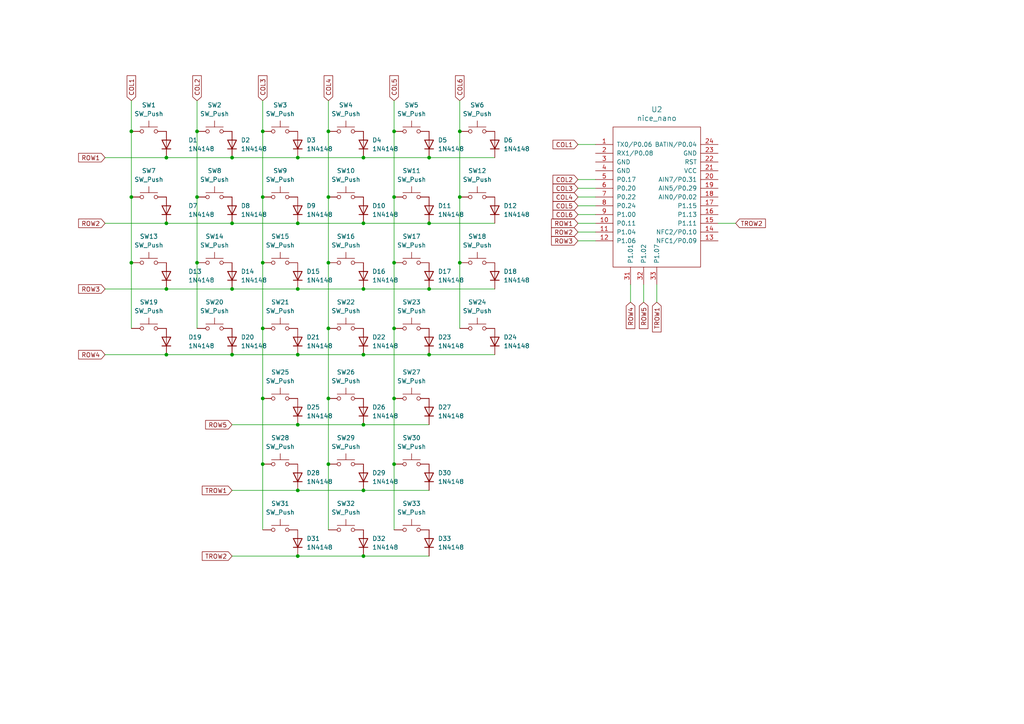
<source format=kicad_sch>
(kicad_sch (version 20250114) (generator "eeschema") (generator_version "9.0")
  (paper "A4")
  (lib_symbols
    (symbol "Diode:1N4148" (pin_numbers (hide yes)) (pin_names (hide yes))
      (property "Reference" "D" (at 0 2.54 0))
      (property "Value" "1N4148" (at 0 -2.54 0))
      (symbol "1N4148_0_1"
        (polyline (pts (xy -1.27 1.27) (xy -1.27 -1.27)) (stroke (width 0.254)))
        (polyline (pts (xy 1.27 1.27) (xy 1.27 -1.27) (xy -1.27 0) (xy 1.27 1.27)) (stroke (width 0.254)))
        (polyline (pts (xy 1.27 0) (xy -1.27 0)))
      )
      (symbol "1N4148_1_1"
        (pin passive line (at -3.81 0 0) (length 2.54) (name "K") (number "1"))
        (pin passive line (at 3.81 0 180) (length 2.54) (name "A") (number "2"))
      )
    )
    (symbol "Switch:SW_Push" (pin_numbers (hide yes)) (pin_names (offset 1.016) (hide yes))
      (property "Reference" "SW" (at 1.27 2.54 0))
      (property "Value" "SW_Push" (at 0 -1.524 0))
      (symbol "SW_Push_0_1"
        (circle (center -2.032 0) (radius 0.508))
        (polyline (pts (xy 0 1.27) (xy 0 3.048)))
        (circle (center 2.032 0) (radius 0.508))
        (polyline (pts (xy 2.54 1.27) (xy -2.54 1.27)))
        (pin passive line (at -5.08 0 0) (length 2.54) (name "1") (number "1"))
        (pin passive line (at 5.08 0 180) (length 2.54) (name "2") (number "2"))
      )
    )
    (symbol "nice_nano:nice_nano" (pin_names (offset 1.016))
      (property "Reference" "U" (at 0 0 0))
      (property "Value" "nice_nano" (at 0 2.54 0))
      (symbol "nice_nano_0_1"
        (rectangle (start -12.7 -21.59) (end 12.7 19.05))
      )
      (symbol "nice_nano_1_1"
        (pin input line (at -17.78 13.97 0) (length 5.08) (name "TX0/P0.06") (number "1"))
        (pin input line (at -17.78 11.43 0) (length 5.08) (name "RX1/P0.08") (number "2"))
        (pin input line (at -17.78 8.89 0) (length 5.08) (name "GND") (number "3"))
        (pin input line (at -17.78 6.35 0) (length 5.08) (name "GND") (number "4"))
        (pin input line (at -17.78 3.81 0) (length 5.08) (name "P0.17") (number "5"))
        (pin input line (at -17.78 1.27 0) (length 5.08) (name "P0.20") (number "6"))
        (pin input line (at -17.78 -1.27 0) (length 5.08) (name "P0.22") (number "7"))
        (pin input line (at -17.78 -3.81 0) (length 5.08) (name "P0.24") (number "8"))
        (pin input line (at -17.78 -6.35 0) (length 5.08) (name "P1.00") (number "9"))
        (pin input line (at -17.78 -8.89 0) (length 5.08) (name "P0.11") (number "10"))
        (pin input line (at -17.78 -11.43 0) (length 5.08) (name "P1.04") (number "11"))
        (pin input line (at -17.78 -13.97 0) (length 5.08) (name "P1.06") (number "12"))
        (pin input line (at -7.62 -26.67 90) (length 5.08) (name "P1.01") (number "31"))
        (pin input line (at -3.81 -26.67 90) (length 5.08) (name "P1.02") (number "32"))
        (pin input line (at 0 -26.67 90) (length 5.08) (name "P1.07") (number "33"))
        (pin input line (at 17.78 13.97 180) (length 5.08) (name "BATIN/P0.04") (number "24"))
        (pin input line (at 17.78 11.43 180) (length 5.08) (name "GND") (number "23"))
        (pin input line (at 17.78 8.89 180) (length 5.08) (name "RST") (number "22"))
        (pin input line (at 17.78 6.35 180) (length 5.08) (name "VCC") (number "21"))
        (pin input line (at 17.78 3.81 180) (length 5.08) (name "AIN7/P0.31") (number "20"))
        (pin input line (at 17.78 1.27 180) (length 5.08) (name "AIN5/P0.29") (number "19"))
        (pin input line (at 17.78 -1.27 180) (length 5.08) (name "AIN0/P0.02") (number "18"))
        (pin input line (at 17.78 -3.81 180) (length 5.08) (name "P1.15") (number "17"))
        (pin input line (at 17.78 -6.35 180) (length 5.08) (name "P1.13") (number "16"))
        (pin input line (at 17.78 -8.89 180) (length 5.08) (name "P1.11") (number "15"))
        (pin input line (at 17.78 -11.43 180) (length 5.08) (name "NFC2/P0.10") (number "14"))
        (pin input line (at 17.78 -13.97 180) (length 5.08) (name "NFC1/P0.09") (number "13"))
      )
    )
  )
  (junction (at 76.2 115.57))
  (junction (at 86.36 123.19))
  (junction (at 57.15 76.2))
  (junction (at 76.2 134.62))
  (junction (at 133.35 57.15))
  (junction (at 38.1 57.15))
  (junction (at 95.25 115.57))
  (junction (at 76.2 95.25))
  (junction (at 86.36 102.87))
  (junction (at 105.41 45.72))
  (junction (at 95.25 38.1))
  (junction (at 124.46 64.77))
  (junction (at 57.15 57.15))
  (junction (at 95.25 95.25))
  (junction (at 48.26 64.77))
  (junction (at 86.36 83.82))
  (junction (at 105.41 142.24))
  (junction (at 133.35 38.1))
  (junction (at 105.41 102.87))
  (junction (at 105.41 64.77))
  (junction (at 67.31 83.82))
  (junction (at 105.41 123.19))
  (junction (at 114.3 57.15))
  (junction (at 76.2 76.2))
  (junction (at 67.31 102.87))
  (junction (at 76.2 38.1))
  (junction (at 86.36 161.29))
  (junction (at 133.35 76.2))
  (junction (at 48.26 45.72))
  (junction (at 114.3 95.25))
  (junction (at 124.46 102.87))
  (junction (at 86.36 142.24))
  (junction (at 95.25 76.2))
  (junction (at 124.46 45.72))
  (junction (at 48.26 83.82))
  (junction (at 38.1 38.1))
  (junction (at 114.3 134.62))
  (junction (at 114.3 115.57))
  (junction (at 95.25 57.15))
  (junction (at 48.26 102.87))
  (junction (at 67.31 45.72))
  (junction (at 114.3 76.2))
  (junction (at 38.1 76.2))
  (junction (at 86.36 64.77))
  (junction (at 124.46 83.82))
  (junction (at 57.15 38.1))
  (junction (at 76.2 57.15))
  (junction (at 105.41 83.82))
  (junction (at 95.25 134.62))
  (junction (at 67.31 64.77))
  (junction (at 86.36 45.72))
  (junction (at 114.3 38.1))
  (junction (at 105.41 161.29))
  (wire (pts (xy 114.3 29.21) (xy 114.3 38.1)))
  (wire (pts (xy 86.36 83.82) (xy 105.41 83.82)))
  (wire (pts (xy 86.36 123.19) (xy 105.41 123.19)))
  (wire (pts (xy 95.25 57.15) (xy 95.25 76.2)))
  (wire (pts (xy 30.48 83.82) (xy 48.26 83.82)))
  (wire (pts (xy 95.25 95.25) (xy 95.25 115.57)))
  (wire (pts (xy 133.35 38.1) (xy 133.35 57.15)))
  (wire (pts (xy 86.36 45.72) (xy 105.41 45.72)))
  (wire (pts (xy 105.41 123.19) (xy 124.46 123.19)))
  (wire (pts (xy 67.31 45.72) (xy 86.36 45.72)))
  (wire (pts (xy 67.31 142.24) (xy 86.36 142.24)))
  (wire (pts (xy 76.2 95.25) (xy 76.2 115.57)))
  (wire (pts (xy 67.31 123.19) (xy 86.36 123.19)))
  (wire (pts (xy 86.36 142.24) (xy 105.41 142.24)))
  (wire (pts (xy 57.15 76.2) (xy 57.15 95.25)))
  (wire (pts (xy 186.69 82.55) (xy 186.69 87.63)))
  (wire (pts (xy 114.3 115.57) (xy 114.3 134.62)))
  (wire (pts (xy 67.31 83.82) (xy 86.36 83.82)))
  (wire (pts (xy 124.46 64.77) (xy 143.51 64.77)))
  (wire (pts (xy 105.41 83.82) (xy 124.46 83.82)))
  (wire (pts (xy 95.25 115.57) (xy 95.25 134.62)))
  (wire (pts (xy 38.1 29.21) (xy 38.1 38.1)))
  (wire (pts (xy 114.3 134.62) (xy 114.3 153.67)))
  (wire (pts (xy 76.2 115.57) (xy 76.2 134.62)))
  (wire (pts (xy 95.25 134.62) (xy 95.25 153.67)))
  (wire (pts (xy 95.25 38.1) (xy 95.25 57.15)))
  (wire (pts (xy 38.1 38.1) (xy 38.1 57.15)))
  (wire (pts (xy 38.1 57.15) (xy 38.1 76.2)))
  (wire (pts (xy 167.64 67.31) (xy 172.72 67.31)))
  (wire (pts (xy 67.31 64.77) (xy 86.36 64.77)))
  (wire (pts (xy 167.64 59.69) (xy 172.72 59.69)))
  (wire (pts (xy 76.2 29.21) (xy 76.2 38.1)))
  (wire (pts (xy 86.36 64.77) (xy 105.41 64.77)))
  (wire (pts (xy 105.41 142.24) (xy 124.46 142.24)))
  (wire (pts (xy 124.46 102.87) (xy 143.51 102.87)))
  (wire (pts (xy 48.26 45.72) (xy 67.31 45.72)))
  (wire (pts (xy 67.31 161.29) (xy 86.36 161.29)))
  (wire (pts (xy 76.2 76.2) (xy 76.2 95.25)))
  (wire (pts (xy 114.3 38.1) (xy 114.3 57.15)))
  (wire (pts (xy 48.26 102.87) (xy 67.31 102.87)))
  (wire (pts (xy 57.15 29.21) (xy 57.15 38.1)))
  (wire (pts (xy 124.46 83.82) (xy 143.51 83.82)))
  (wire (pts (xy 124.46 45.72) (xy 143.51 45.72)))
  (wire (pts (xy 86.36 161.29) (xy 105.41 161.29)))
  (wire (pts (xy 114.3 76.2) (xy 114.3 95.25)))
  (wire (pts (xy 86.36 102.87) (xy 105.41 102.87)))
  (wire (pts (xy 95.25 29.21) (xy 95.25 38.1)))
  (wire (pts (xy 182.88 87.63) (xy 182.88 82.55)))
  (wire (pts (xy 105.41 45.72) (xy 124.46 45.72)))
  (wire (pts (xy 76.2 38.1) (xy 76.2 57.15)))
  (wire (pts (xy 95.25 76.2) (xy 95.25 95.25)))
  (wire (pts (xy 48.26 83.82) (xy 67.31 83.82)))
  (wire (pts (xy 167.64 64.77) (xy 172.72 64.77)))
  (wire (pts (xy 167.64 69.85) (xy 172.72 69.85)))
  (wire (pts (xy 67.31 102.87) (xy 86.36 102.87)))
  (wire (pts (xy 114.3 95.25) (xy 114.3 115.57)))
  (wire (pts (xy 105.41 161.29) (xy 124.46 161.29)))
  (wire (pts (xy 30.48 45.72) (xy 48.26 45.72)))
  (wire (pts (xy 48.26 64.77) (xy 67.31 64.77)))
  (wire (pts (xy 133.35 76.2) (xy 133.35 95.25)))
  (wire (pts (xy 30.48 102.87) (xy 48.26 102.87)))
  (wire (pts (xy 114.3 57.15) (xy 114.3 76.2)))
  (wire (pts (xy 167.64 62.23) (xy 172.72 62.23)))
  (wire (pts (xy 167.64 57.15) (xy 172.72 57.15)))
  (wire (pts (xy 208.28 64.77) (xy 213.36 64.77)))
  (wire (pts (xy 133.35 57.15) (xy 133.35 76.2)))
  (wire (pts (xy 76.2 57.15) (xy 76.2 76.2)))
  (wire (pts (xy 57.15 57.15) (xy 57.15 76.2)))
  (wire (pts (xy 167.64 41.91) (xy 172.72 41.91)))
  (wire (pts (xy 133.35 29.21) (xy 133.35 38.1)))
  (wire (pts (xy 57.15 38.1) (xy 57.15 57.15)))
  (wire (pts (xy 190.5 82.55) (xy 190.5 87.63)))
  (wire (pts (xy 105.41 102.87) (xy 124.46 102.87)))
  (wire (pts (xy 38.1 76.2) (xy 38.1 95.25)))
  (wire (pts (xy 167.64 54.61) (xy 172.72 54.61)))
  (wire (pts (xy 76.2 134.62) (xy 76.2 153.67)))
  (wire (pts (xy 167.64 52.07) (xy 172.72 52.07)))
  (wire (pts (xy 105.41 64.77) (xy 124.46 64.77)))
  (wire (pts (xy 30.48 64.77) (xy 48.26 64.77)))
  (global_label "ROW5" (shape input) (at 186.69 87.63 270) (property "Intersheetrefs" "${INTERSHEET_REFS}" (effects (hide yes))))
  (global_label "ROW4" (shape input) (at 30.48 102.87 180) (property "Intersheetrefs" "${INTERSHEET_REFS}" (effects (hide yes))))
  (global_label "ROW3" (shape input) (at 167.64 69.85 180) (property "Intersheetrefs" "${INTERSHEET_REFS}" (effects (hide yes))))
  (global_label "ROW1" (shape input) (at 167.64 64.77 180) (property "Intersheetrefs" "${INTERSHEET_REFS}" (effects (hide yes))))
  (global_label "COL6" (shape input) (at 167.64 62.23 180) (property "Intersheetrefs" "${INTERSHEET_REFS}" (effects (hide yes))))
  (global_label "COL4" (shape input) (at 167.64 57.15 180) (property "Intersheetrefs" "${INTERSHEET_REFS}" (effects (hide yes))))
  (global_label "COL1" (shape input) (at 38.1 29.21 90) (property "Intersheetrefs" "${INTERSHEET_REFS}" (effects (hide yes))))
  (global_label "COL2" (shape input) (at 57.15 29.21 90) (property "Intersheetrefs" "${INTERSHEET_REFS}" (effects (hide yes))))
  (global_label "TROW2" (shape input) (at 67.31 161.29 180) (property "Intersheetrefs" "${INTERSHEET_REFS}" (effects (hide yes))))
  (global_label "COL3" (shape input) (at 167.64 54.61 180) (property "Intersheetrefs" "${INTERSHEET_REFS}" (effects (hide yes))))
  (global_label "TROW1" (shape input) (at 190.5 87.63 270) (property "Intersheetrefs" "${INTERSHEET_REFS}" (effects (hide yes))))
  (global_label "ROW2" (shape input) (at 30.48 64.77 180) (property "Intersheetrefs" "${INTERSHEET_REFS}" (effects (hide yes))))
  (global_label "TROW1" (shape input) (at 67.31 142.24 180) (property "Intersheetrefs" "${INTERSHEET_REFS}" (effects (hide yes))))
  (global_label "COL2" (shape input) (at 167.64 52.07 180) (property "Intersheetrefs" "${INTERSHEET_REFS}" (effects (hide yes))))
  (global_label "COL3" (shape input) (at 76.2 29.21 90) (property "Intersheetrefs" "${INTERSHEET_REFS}" (effects (hide yes))))
  (global_label "ROW5" (shape input) (at 67.31 123.19 180) (property "Intersheetrefs" "${INTERSHEET_REFS}" (effects (hide yes))))
  (global_label "COL4" (shape input) (at 95.25 29.21 90) (property "Intersheetrefs" "${INTERSHEET_REFS}" (effects (hide yes))))
  (global_label "COL6" (shape input) (at 133.35 29.21 90) (property "Intersheetrefs" "${INTERSHEET_REFS}" (effects (hide yes))))
  (global_label "COL1" (shape input) (at 167.64 41.91 180) (property "Intersheetrefs" "${INTERSHEET_REFS}" (effects (hide yes))))
  (global_label "ROW2" (shape input) (at 167.64 67.31 180) (property "Intersheetrefs" "${INTERSHEET_REFS}" (effects (hide yes))))
  (global_label "ROW3" (shape input) (at 30.48 83.82 180) (property "Intersheetrefs" "${INTERSHEET_REFS}" (effects (hide yes))))
  (global_label "ROW1" (shape input) (at 30.48 45.72 180) (property "Intersheetrefs" "${INTERSHEET_REFS}" (effects (hide yes))))
  (global_label "COL5" (shape input) (at 114.3 29.21 90) (property "Intersheetrefs" "${INTERSHEET_REFS}" (effects (hide yes))))
  (global_label "COL5" (shape input) (at 167.64 59.69 180) (property "Intersheetrefs" "${INTERSHEET_REFS}" (effects (hide yes))))
  (global_label "ROW4" (shape input) (at 182.88 87.63 270) (property "Intersheetrefs" "${INTERSHEET_REFS}" (effects (hide yes))))
  (global_label "TROW2" (shape input) (at 213.36 64.77 0) (property "Intersheetrefs" "${INTERSHEET_REFS}" (effects (hide yes))))
  (symbol (lib_id "Switch:SW_Push") (at 43.18 95.25 0) (unit 1)
    (property "Reference" "SW19" (at 43.18 87.63 0))
    (property "Value" "SW_Push" (at 43.18 90.17 0))
    (property "Footprint" "Scotto Hotswap:Hotswap_Choc_V1V2_1.00u" (effects (hide yes)))
    (property "Description" "Push button switch, generic, two pins" (effects (hide yes)))
  )
  (symbol (lib_id "Switch:SW_Push") (at 43.18 38.1 0) (unit 1)
    (property "Reference" "SW1" (at 43.18 30.48 0))
    (property "Value" "SW_Push" (at 43.18 33.02 0))
    (property "Footprint" "Scotto Hotswap:Hotswap_Choc_V1V2_1.00u" (effects (hide yes)))
    (property "Description" "Push button switch, generic, two pins" (effects (hide yes)))
  )
  (symbol (lib_id "Switch:SW_Push") (at 119.38 95.25 0) (unit 1)
    (property "Reference" "SW23" (at 119.38 87.63 0))
    (property "Value" "SW_Push" (at 119.38 90.17 0))
    (property "Footprint" "Scotto Hotswap:Hotswap_Choc_V1V2_1.00u" (effects (hide yes)))
    (property "Description" "Push button switch, generic, two pins" (effects (hide yes)))
  )
  (symbol (lib_id "Switch:SW_Push") (at 138.43 38.1 0) (unit 1)
    (property "Reference" "SW6" (at 138.43 30.48 0))
    (property "Value" "SW_Push" (at 138.43 33.02 0))
    (property "Footprint" "Scotto Hotswap:Hotswap_Choc_V1V2_1.00u" (effects (hide yes)))
    (property "Description" "Push button switch, generic, two pins" (effects (hide yes)))
  )
  (symbol (lib_id "Diode:1N4148") (at 105.41 41.91 90) (unit 1)
    (property "Reference" "D4" (at 107.95 40.6399 90) (effects (justify right)))
    (property "Value" "1N4148" (at 107.95 43.1799 90) (effects (justify right)))
    (property "Footprint" "Diode_SMD:D_SOD-123" (effects (hide yes)))
    (property "Datasheet" "https://assets.nexperia.com/documents/data-sheet/1N4148_1N4448.pdf" (effects (hide yes)))
    (property "Description" "100V 0.15A standard switching diode, DO-35" (effects (hide yes)))
    (property "Sim.Device" "D" (effects (hide yes)))
    (property "Sim.Pins" "1=K 2=A" (effects (hide yes)))
  )
  (symbol (lib_id "Diode:1N4148") (at 143.51 99.06 90) (unit 1)
    (property "Reference" "D24" (at 146.05 97.7899 90) (effects (justify right)))
    (property "Value" "1N4148" (at 146.05 100.3299 90) (effects (justify right)))
    (property "Footprint" "Diode_SMD:D_SOD-123" (effects (hide yes)))
    (property "Datasheet" "https://assets.nexperia.com/documents/data-sheet/1N4148_1N4448.pdf" (effects (hide yes)))
    (property "Description" "100V 0.15A standard switching diode, DO-35" (effects (hide yes)))
    (property "Sim.Device" "D" (effects (hide yes)))
    (property "Sim.Pins" "1=K 2=A" (effects (hide yes)))
  )
  (symbol (lib_id "Switch:SW_Push") (at 119.38 134.62 0) (unit 1)
    (property "Reference" "SW30" (at 119.38 127 0))
    (property "Value" "SW_Push" (at 119.38 129.54 0))
    (property "Footprint" "Scotto Hotswap:Hotswap_Choc_V1V2_1.00u" (effects (hide yes)))
    (property "Description" "Push button switch, generic, two pins" (effects (hide yes)))
  )
  (symbol (lib_id "Switch:SW_Push") (at 43.18 57.15 0) (unit 1)
    (property "Reference" "SW7" (at 43.18 49.53 0))
    (property "Value" "SW_Push" (at 43.18 52.07 0))
    (property "Footprint" "Scotto Hotswap:Hotswap_Choc_V1V2_1.00u" (effects (hide yes)))
    (property "Description" "Push button switch, generic, two pins" (effects (hide yes)))
  )
  (symbol (lib_id "Diode:1N4148") (at 105.41 157.48 90) (unit 1)
    (property "Reference" "D32" (at 107.95 156.2099 90) (effects (justify right)))
    (property "Value" "1N4148" (at 107.95 158.7499 90) (effects (justify right)))
    (property "Footprint" "Diode_SMD:D_SOD-123" (effects (hide yes)))
    (property "Datasheet" "https://assets.nexperia.com/documents/data-sheet/1N4148_1N4448.pdf" (effects (hide yes)))
    (property "Description" "100V 0.15A standard switching diode, DO-35" (effects (hide yes)))
    (property "Sim.Device" "D" (effects (hide yes)))
    (property "Sim.Pins" "1=K 2=A" (effects (hide yes)))
  )
  (symbol (lib_id "Switch:SW_Push") (at 81.28 134.62 0) (unit 1)
    (property "Reference" "SW28" (at 81.28 127 0))
    (property "Value" "SW_Push" (at 81.28 129.54 0))
    (property "Footprint" "Scotto Hotswap:Hotswap_Choc_V1V2_1.00u" (effects (hide yes)))
    (property "Description" "Push button switch, generic, two pins" (effects (hide yes)))
  )
  (symbol (lib_id "Switch:SW_Push") (at 81.28 76.2 0) (unit 1)
    (property "Reference" "SW15" (at 81.28 68.58 0))
    (property "Value" "SW_Push" (at 81.28 71.12 0))
    (property "Footprint" "Scotto Hotswap:Hotswap_Choc_V1V2_1.00u" (effects (hide yes)))
    (property "Description" "Push button switch, generic, two pins" (effects (hide yes)))
  )
  (symbol (lib_id "Diode:1N4148") (at 124.46 119.38 90) (unit 1)
    (property "Reference" "D27" (at 127 118.1099 90) (effects (justify right)))
    (property "Value" "1N4148" (at 127 120.6499 90) (effects (justify right)))
    (property "Footprint" "Diode_SMD:D_SOD-123" (effects (hide yes)))
    (property "Datasheet" "https://assets.nexperia.com/documents/data-sheet/1N4148_1N4448.pdf" (effects (hide yes)))
    (property "Description" "100V 0.15A standard switching diode, DO-35" (effects (hide yes)))
    (property "Sim.Device" "D" (effects (hide yes)))
    (property "Sim.Pins" "1=K 2=A" (effects (hide yes)))
  )
  (symbol (lib_id "Diode:1N4148") (at 124.46 41.91 90) (unit 1)
    (property "Reference" "D5" (at 127 40.6399 90) (effects (justify right)))
    (property "Value" "1N4148" (at 127 43.1799 90) (effects (justify right)))
    (property "Footprint" "Diode_SMD:D_SOD-123" (effects (hide yes)))
    (property "Datasheet" "https://assets.nexperia.com/documents/data-sheet/1N4148_1N4448.pdf" (effects (hide yes)))
    (property "Description" "100V 0.15A standard switching diode, DO-35" (effects (hide yes)))
    (property "Sim.Device" "D" (effects (hide yes)))
    (property "Sim.Pins" "1=K 2=A" (effects (hide yes)))
  )
  (symbol (lib_id "Diode:1N4148") (at 86.36 80.01 90) (unit 1)
    (property "Reference" "D15" (at 88.9 78.7399 90) (effects (justify right)))
    (property "Value" "1N4148" (at 88.9 81.2799 90) (effects (justify right)))
    (property "Footprint" "Diode_SMD:D_SOD-123" (effects (hide yes)))
    (property "Datasheet" "https://assets.nexperia.com/documents/data-sheet/1N4148_1N4448.pdf" (effects (hide yes)))
    (property "Description" "100V 0.15A standard switching diode, DO-35" (effects (hide yes)))
    (property "Sim.Device" "D" (effects (hide yes)))
    (property "Sim.Pins" "1=K 2=A" (effects (hide yes)))
  )
  (symbol (lib_id "Switch:SW_Push") (at 100.33 115.57 0) (unit 1)
    (property "Reference" "SW26" (at 100.33 107.95 0))
    (property "Value" "SW_Push" (at 100.33 110.49 0))
    (property "Footprint" "Scotto Hotswap:Hotswap_Choc_V1V2_1.00u" (effects (hide yes)))
    (property "Description" "Push button switch, generic, two pins" (effects (hide yes)))
  )
  (symbol (lib_id "Diode:1N4148") (at 105.41 119.38 90) (unit 1)
    (property "Reference" "D26" (at 107.95 118.1099 90) (effects (justify right)))
    (property "Value" "1N4148" (at 107.95 120.6499 90) (effects (justify right)))
    (property "Footprint" "Diode_SMD:D_SOD-123" (effects (hide yes)))
    (property "Datasheet" "https://assets.nexperia.com/documents/data-sheet/1N4148_1N4448.pdf" (effects (hide yes)))
    (property "Description" "100V 0.15A standard switching diode, DO-35" (effects (hide yes)))
    (property "Sim.Device" "D" (effects (hide yes)))
    (property "Sim.Pins" "1=K 2=A" (effects (hide yes)))
  )
  (symbol (lib_id "Diode:1N4148") (at 86.36 138.43 90) (unit 1)
    (property "Reference" "D28" (at 88.9 137.1599 90) (effects (justify right)))
    (property "Value" "1N4148" (at 88.9 139.6999 90) (effects (justify right)))
    (property "Footprint" "Diode_SMD:D_SOD-123" (effects (hide yes)))
    (property "Datasheet" "https://assets.nexperia.com/documents/data-sheet/1N4148_1N4448.pdf" (effects (hide yes)))
    (property "Description" "100V 0.15A standard switching diode, DO-35" (effects (hide yes)))
    (property "Sim.Device" "D" (effects (hide yes)))
    (property "Sim.Pins" "1=K 2=A" (effects (hide yes)))
  )
  (symbol (lib_id "Diode:1N4148") (at 67.31 99.06 90) (unit 1)
    (property "Reference" "D20" (at 69.85 97.7899 90) (effects (justify right)))
    (property "Value" "1N4148" (at 69.85 100.3299 90) (effects (justify right)))
    (property "Footprint" "Diode_SMD:D_SOD-123" (effects (hide yes)))
    (property "Datasheet" "https://assets.nexperia.com/documents/data-sheet/1N4148_1N4448.pdf" (effects (hide yes)))
    (property "Description" "100V 0.15A standard switching diode, DO-35" (effects (hide yes)))
    (property "Sim.Device" "D" (effects (hide yes)))
    (property "Sim.Pins" "1=K 2=A" (effects (hide yes)))
  )
  (symbol (lib_id "Switch:SW_Push") (at 100.33 76.2 0) (unit 1)
    (property "Reference" "SW16" (at 100.33 68.58 0))
    (property "Value" "SW_Push" (at 100.33 71.12 0))
    (property "Footprint" "Scotto Hotswap:Hotswap_Choc_V1V2_1.00u" (effects (hide yes)))
    (property "Description" "Push button switch, generic, two pins" (effects (hide yes)))
  )
  (symbol (lib_id "Diode:1N4148") (at 48.26 99.06 90) (unit 1)
    (property "Reference" "D19" (at 54.61 97.7899 90) (effects (justify right)))
    (property "Value" "1N4148" (at 54.61 100.3299 90) (effects (justify right)))
    (property "Footprint" "Diode_SMD:D_SOD-123" (effects (hide yes)))
    (property "Datasheet" "https://assets.nexperia.com/documents/data-sheet/1N4148_1N4448.pdf" (effects (hide yes)))
    (property "Description" "100V 0.15A standard switching diode, DO-35" (effects (hide yes)))
    (property "Sim.Device" "D" (effects (hide yes)))
    (property "Sim.Pins" "1=K 2=A" (effects (hide yes)))
  )
  (symbol (lib_id "Switch:SW_Push") (at 138.43 95.25 0) (unit 1)
    (property "Reference" "SW24" (at 138.43 87.63 0))
    (property "Value" "SW_Push" (at 138.43 90.17 0))
    (property "Footprint" "Scotto Hotswap:Hotswap_Choc_V1V2_1.00u" (effects (hide yes)))
    (property "Description" "Push button switch, generic, two pins" (effects (hide yes)))
  )
  (symbol (lib_id "Diode:1N4148") (at 124.46 60.96 90) (unit 1)
    (property "Reference" "D11" (at 127 59.6899 90) (effects (justify right)))
    (property "Value" "1N4148" (at 127 62.2299 90) (effects (justify right)))
    (property "Footprint" "Diode_SMD:D_SOD-123" (effects (hide yes)))
    (property "Datasheet" "https://assets.nexperia.com/documents/data-sheet/1N4148_1N4448.pdf" (effects (hide yes)))
    (property "Description" "100V 0.15A standard switching diode, DO-35" (effects (hide yes)))
    (property "Sim.Device" "D" (effects (hide yes)))
    (property "Sim.Pins" "1=K 2=A" (effects (hide yes)))
  )
  (symbol (lib_id "nice_nano:nice_nano") (at 190.5 55.88 0) (unit 1)
    (property "Reference" "U2" (at 190.5 31.75 0) (effects (font (size 1.524 1.524))))
    (property "Value" "nice_nano" (at 190.5 34.29 0) (effects (font (size 1.524 1.524))))
    (property "Footprint" "nice-nano:nice_nano" (effects (hide yes)))
  )
  (symbol (lib_id "Switch:SW_Push") (at 62.23 57.15 0) (unit 1)
    (property "Reference" "SW8" (at 62.23 49.53 0))
    (property "Value" "SW_Push" (at 62.23 52.07 0))
    (property "Footprint" "Scotto Hotswap:Hotswap_Choc_V1V2_1.00u" (effects (hide yes)))
    (property "Description" "Push button switch, generic, two pins" (effects (hide yes)))
  )
  (symbol (lib_id "Diode:1N4148") (at 124.46 99.06 90) (unit 1)
    (property "Reference" "D23" (at 127 97.7899 90) (effects (justify right)))
    (property "Value" "1N4148" (at 127 100.3299 90) (effects (justify right)))
    (property "Footprint" "Diode_SMD:D_SOD-123" (effects (hide yes)))
    (property "Datasheet" "https://assets.nexperia.com/documents/data-sheet/1N4148_1N4448.pdf" (effects (hide yes)))
    (property "Description" "100V 0.15A standard switching diode, DO-35" (effects (hide yes)))
    (property "Sim.Device" "D" (effects (hide yes)))
    (property "Sim.Pins" "1=K 2=A" (effects (hide yes)))
  )
  (symbol (lib_id "Switch:SW_Push") (at 43.18 76.2 0) (unit 1)
    (property "Reference" "SW13" (at 43.18 68.58 0))
    (property "Value" "SW_Push" (at 43.18 71.12 0))
    (property "Footprint" "Scotto Hotswap:Hotswap_Choc_V1V2_1.00u" (effects (hide yes)))
    (property "Description" "Push button switch, generic, two pins" (effects (hide yes)))
  )
  (symbol (lib_id "Diode:1N4148") (at 143.51 60.96 90) (unit 1)
    (property "Reference" "D12" (at 146.05 59.6899 90) (effects (justify right)))
    (property "Value" "1N4148" (at 146.05 62.2299 90) (effects (justify right)))
    (property "Footprint" "Diode_SMD:D_SOD-123" (effects (hide yes)))
    (property "Datasheet" "https://assets.nexperia.com/documents/data-sheet/1N4148_1N4448.pdf" (effects (hide yes)))
    (property "Description" "100V 0.15A standard switching diode, DO-35" (effects (hide yes)))
    (property "Sim.Device" "D" (effects (hide yes)))
    (property "Sim.Pins" "1=K 2=A" (effects (hide yes)))
  )
  (symbol (lib_id "Switch:SW_Push") (at 100.33 95.25 0) (unit 1)
    (property "Reference" "SW22" (at 100.33 87.63 0))
    (property "Value" "SW_Push" (at 100.33 90.17 0))
    (property "Footprint" "Scotto Hotswap:Hotswap_Choc_V1V2_1.00u" (effects (hide yes)))
    (property "Description" "Push button switch, generic, two pins" (effects (hide yes)))
  )
  (symbol (lib_id "Switch:SW_Push") (at 119.38 76.2 0) (unit 1)
    (property "Reference" "SW17" (at 119.38 68.58 0))
    (property "Value" "SW_Push" (at 119.38 71.12 0))
    (property "Footprint" "Scotto Hotswap:Hotswap_Choc_V1V2_1.00u" (effects (hide yes)))
    (property "Description" "Push button switch, generic, two pins" (effects (hide yes)))
  )
  (symbol (lib_id "Switch:SW_Push") (at 119.38 57.15 0) (unit 1)
    (property "Reference" "SW11" (at 119.38 49.53 0))
    (property "Value" "SW_Push" (at 119.38 52.07 0))
    (property "Footprint" "Scotto Hotswap:Hotswap_Choc_V1V2_1.00u" (effects (hide yes)))
    (property "Description" "Push button switch, generic, two pins" (effects (hide yes)))
  )
  (symbol (lib_id "Diode:1N4148") (at 67.31 80.01 90) (unit 1)
    (property "Reference" "D14" (at 69.85 78.7399 90) (effects (justify right)))
    (property "Value" "1N4148" (at 69.85 81.2799 90) (effects (justify right)))
    (property "Footprint" "Diode_SMD:D_SOD-123" (effects (hide yes)))
    (property "Datasheet" "https://assets.nexperia.com/documents/data-sheet/1N4148_1N4448.pdf" (effects (hide yes)))
    (property "Description" "100V 0.15A standard switching diode, DO-35" (effects (hide yes)))
    (property "Sim.Device" "D" (effects (hide yes)))
    (property "Sim.Pins" "1=K 2=A" (effects (hide yes)))
  )
  (symbol (lib_id "Switch:SW_Push") (at 119.38 38.1 0) (unit 1)
    (property "Reference" "SW5" (at 119.38 30.48 0))
    (property "Value" "SW_Push" (at 119.38 33.02 0))
    (property "Footprint" "Scotto Hotswap:Hotswap_Choc_V1V2_1.00u" (effects (hide yes)))
    (property "Description" "Push button switch, generic, two pins" (effects (hide yes)))
  )
  (symbol (lib_id "Diode:1N4148") (at 105.41 138.43 90) (unit 1)
    (property "Reference" "D29" (at 107.95 137.1599 90) (effects (justify right)))
    (property "Value" "1N4148" (at 107.95 139.6999 90) (effects (justify right)))
    (property "Footprint" "Diode_SMD:D_SOD-123" (effects (hide yes)))
    (property "Datasheet" "https://assets.nexperia.com/documents/data-sheet/1N4148_1N4448.pdf" (effects (hide yes)))
    (property "Description" "100V 0.15A standard switching diode, DO-35" (effects (hide yes)))
    (property "Sim.Device" "D" (effects (hide yes)))
    (property "Sim.Pins" "1=K 2=A" (effects (hide yes)))
  )
  (symbol (lib_id "Switch:SW_Push") (at 81.28 38.1 0) (unit 1)
    (property "Reference" "SW3" (at 81.28 30.48 0))
    (property "Value" "SW_Push" (at 81.28 33.02 0))
    (property "Footprint" "Scotto Hotswap:Hotswap_Choc_V1V2_1.00u" (effects (hide yes)))
    (property "Description" "Push button switch, generic, two pins" (effects (hide yes)))
  )
  (symbol (lib_id "Diode:1N4148") (at 86.36 157.48 90) (unit 1)
    (property "Reference" "D31" (at 88.9 156.2099 90) (effects (justify right)))
    (property "Value" "1N4148" (at 88.9 158.7499 90) (effects (justify right)))
    (property "Footprint" "Diode_SMD:D_SOD-123" (effects (hide yes)))
    (property "Datasheet" "https://assets.nexperia.com/documents/data-sheet/1N4148_1N4448.pdf" (effects (hide yes)))
    (property "Description" "100V 0.15A standard switching diode, DO-35" (effects (hide yes)))
    (property "Sim.Device" "D" (effects (hide yes)))
    (property "Sim.Pins" "1=K 2=A" (effects (hide yes)))
  )
  (symbol (lib_id "Diode:1N4148") (at 124.46 80.01 90) (unit 1)
    (property "Reference" "D17" (at 127 78.7399 90) (effects (justify right)))
    (property "Value" "1N4148" (at 127 81.2799 90) (effects (justify right)))
    (property "Footprint" "Diode_SMD:D_SOD-123" (effects (hide yes)))
    (property "Datasheet" "https://assets.nexperia.com/documents/data-sheet/1N4148_1N4448.pdf" (effects (hide yes)))
    (property "Description" "100V 0.15A standard switching diode, DO-35" (effects (hide yes)))
    (property "Sim.Device" "D" (effects (hide yes)))
    (property "Sim.Pins" "1=K 2=A" (effects (hide yes)))
  )
  (symbol (lib_id "Switch:SW_Push") (at 100.33 153.67 0) (unit 1)
    (property "Reference" "SW32" (at 100.33 146.05 0))
    (property "Value" "SW_Push" (at 100.33 148.59 0))
    (property "Footprint" "Scotto Hotswap:Hotswap_Choc_V1V2_1.00u" (effects (hide yes)))
    (property "Description" "Push button switch, generic, two pins" (effects (hide yes)))
  )
  (symbol (lib_id "Diode:1N4148") (at 143.51 80.01 90) (unit 1)
    (property "Reference" "D18" (at 146.05 78.7399 90) (effects (justify right)))
    (property "Value" "1N4148" (at 146.05 81.2799 90) (effects (justify right)))
    (property "Footprint" "Diode_SMD:D_SOD-123" (effects (hide yes)))
    (property "Datasheet" "https://assets.nexperia.com/documents/data-sheet/1N4148_1N4448.pdf" (effects (hide yes)))
    (property "Description" "100V 0.15A standard switching diode, DO-35" (effects (hide yes)))
    (property "Sim.Device" "D" (effects (hide yes)))
    (property "Sim.Pins" "1=K 2=A" (effects (hide yes)))
  )
  (symbol (lib_id "Diode:1N4148") (at 67.31 41.91 90) (unit 1)
    (property "Reference" "D2" (at 69.85 40.6399 90) (effects (justify right)))
    (property "Value" "1N4148" (at 69.85 43.1799 90) (effects (justify right)))
    (property "Footprint" "Diode_SMD:D_SOD-123" (effects (hide yes)))
    (property "Datasheet" "https://assets.nexperia.com/documents/data-sheet/1N4148_1N4448.pdf" (effects (hide yes)))
    (property "Description" "100V 0.15A standard switching diode, DO-35" (effects (hide yes)))
    (property "Sim.Device" "D" (effects (hide yes)))
    (property "Sim.Pins" "1=K 2=A" (effects (hide yes)))
  )
  (symbol (lib_id "Switch:SW_Push") (at 138.43 57.15 0) (unit 1)
    (property "Reference" "SW12" (at 138.43 49.53 0))
    (property "Value" "SW_Push" (at 138.43 52.07 0))
    (property "Footprint" "Scotto Hotswap:Hotswap_Choc_V1V2_1.00u" (effects (hide yes)))
    (property "Description" "Push button switch, generic, two pins" (effects (hide yes)))
  )
  (symbol (lib_id "Switch:SW_Push") (at 100.33 57.15 0) (unit 1)
    (property "Reference" "SW10" (at 100.33 49.53 0))
    (property "Value" "SW_Push" (at 100.33 52.07 0))
    (property "Footprint" "Scotto Hotswap:Hotswap_Choc_V1V2_1.00u" (effects (hide yes)))
    (property "Description" "Push button switch, generic, two pins" (effects (hide yes)))
  )
  (symbol (lib_id "Diode:1N4148") (at 105.41 99.06 90) (unit 1)
    (property "Reference" "D22" (at 107.95 97.7899 90) (effects (justify right)))
    (property "Value" "1N4148" (at 107.95 100.3299 90) (effects (justify right)))
    (property "Footprint" "Diode_SMD:D_SOD-123" (effects (hide yes)))
    (property "Datasheet" "https://assets.nexperia.com/documents/data-sheet/1N4148_1N4448.pdf" (effects (hide yes)))
    (property "Description" "100V 0.15A standard switching diode, DO-35" (effects (hide yes)))
    (property "Sim.Device" "D" (effects (hide yes)))
    (property "Sim.Pins" "1=K 2=A" (effects (hide yes)))
  )
  (symbol (lib_id "Diode:1N4148") (at 67.31 60.96 90) (unit 1)
    (property "Reference" "D8" (at 69.85 59.6899 90) (effects (justify right)))
    (property "Value" "1N4148" (at 69.85 62.2299 90) (effects (justify right)))
    (property "Footprint" "Diode_SMD:D_SOD-123" (effects (hide yes)))
    (property "Datasheet" "https://assets.nexperia.com/documents/data-sheet/1N4148_1N4448.pdf" (effects (hide yes)))
    (property "Description" "100V 0.15A standard switching diode, DO-35" (effects (hide yes)))
    (property "Sim.Device" "D" (effects (hide yes)))
    (property "Sim.Pins" "1=K 2=A" (effects (hide yes)))
  )
  (symbol (lib_id "Diode:1N4148") (at 86.36 60.96 90) (unit 1)
    (property "Reference" "D9" (at 88.9 59.6899 90) (effects (justify right)))
    (property "Value" "1N4148" (at 88.9 62.2299 90) (effects (justify right)))
    (property "Footprint" "Diode_SMD:D_SOD-123" (effects (hide yes)))
    (property "Datasheet" "https://assets.nexperia.com/documents/data-sheet/1N4148_1N4448.pdf" (effects (hide yes)))
    (property "Description" "100V 0.15A standard switching diode, DO-35" (effects (hide yes)))
    (property "Sim.Device" "D" (effects (hide yes)))
    (property "Sim.Pins" "1=K 2=A" (effects (hide yes)))
  )
  (symbol (lib_id "Diode:1N4148") (at 48.26 80.01 90) (unit 1)
    (property "Reference" "D13" (at 54.61 78.7399 90) (effects (justify right)))
    (property "Value" "1N4148" (at 54.61 81.2799 90) (effects (justify right)))
    (property "Footprint" "Diode_SMD:D_SOD-123" (effects (hide yes)))
    (property "Datasheet" "https://assets.nexperia.com/documents/data-sheet/1N4148_1N4448.pdf" (effects (hide yes)))
    (property "Description" "100V 0.15A standard switching diode, DO-35" (effects (hide yes)))
    (property "Sim.Device" "D" (effects (hide yes)))
    (property "Sim.Pins" "1=K 2=A" (effects (hide yes)))
  )
  (symbol (lib_id "Diode:1N4148") (at 105.41 80.01 90) (unit 1)
    (property "Reference" "D16" (at 107.95 78.7399 90) (effects (justify right)))
    (property "Value" "1N4148" (at 107.95 81.2799 90) (effects (justify right)))
    (property "Footprint" "Diode_SMD:D_SOD-123" (effects (hide yes)))
    (property "Datasheet" "https://assets.nexperia.com/documents/data-sheet/1N4148_1N4448.pdf" (effects (hide yes)))
    (property "Description" "100V 0.15A standard switching diode, DO-35" (effects (hide yes)))
    (property "Sim.Device" "D" (effects (hide yes)))
    (property "Sim.Pins" "1=K 2=A" (effects (hide yes)))
  )
  (symbol (lib_id "Diode:1N4148") (at 48.26 60.96 90) (unit 1)
    (property "Reference" "D7" (at 54.61 59.6899 90) (effects (justify right)))
    (property "Value" "1N4148" (at 54.61 62.2299 90) (effects (justify right)))
    (property "Footprint" "Diode_SMD:D_SOD-123" (effects (hide yes)))
    (property "Datasheet" "https://assets.nexperia.com/documents/data-sheet/1N4148_1N4448.pdf" (effects (hide yes)))
    (property "Description" "100V 0.15A standard switching diode, DO-35" (effects (hide yes)))
    (property "Sim.Device" "D" (effects (hide yes)))
    (property "Sim.Pins" "1=K 2=A" (effects (hide yes)))
  )
  (symbol (lib_id "Switch:SW_Push") (at 81.28 115.57 0) (unit 1)
    (property "Reference" "SW25" (at 81.28 107.95 0))
    (property "Value" "SW_Push" (at 81.28 110.49 0))
    (property "Footprint" "Scotto Hotswap:Hotswap_Choc_V1V2_1.00u" (effects (hide yes)))
    (property "Description" "Push button switch, generic, two pins" (effects (hide yes)))
  )
  (symbol (lib_id "Switch:SW_Push") (at 62.23 76.2 0) (unit 1)
    (property "Reference" "SW14" (at 62.23 68.58 0))
    (property "Value" "SW_Push" (at 62.23 71.12 0))
    (property "Footprint" "Scotto Hotswap:Hotswap_Choc_V1V2_1.00u" (effects (hide yes)))
    (property "Description" "Push button switch, generic, two pins" (effects (hide yes)))
  )
  (symbol (lib_id "Switch:SW_Push") (at 81.28 153.67 0) (unit 1)
    (property "Reference" "SW31" (at 81.28 146.05 0))
    (property "Value" "SW_Push" (at 81.28 148.59 0))
    (property "Footprint" "Scotto Hotswap:Hotswap_Choc_V1V2_1.00u" (effects (hide yes)))
    (property "Description" "Push button switch, generic, two pins" (effects (hide yes)))
  )
  (symbol (lib_id "Diode:1N4148") (at 143.51 41.91 90) (unit 1)
    (property "Reference" "D6" (at 146.05 40.6399 90) (effects (justify right)))
    (property "Value" "1N4148" (at 146.05 43.1799 90) (effects (justify right)))
    (property "Footprint" "Diode_SMD:D_SOD-123" (effects (hide yes)))
    (property "Datasheet" "https://assets.nexperia.com/documents/data-sheet/1N4148_1N4448.pdf" (effects (hide yes)))
    (property "Description" "100V 0.15A standard switching diode, DO-35" (effects (hide yes)))
    (property "Sim.Device" "D" (effects (hide yes)))
    (property "Sim.Pins" "1=K 2=A" (effects (hide yes)))
  )
  (symbol (lib_id "Switch:SW_Push") (at 138.43 76.2 0) (unit 1)
    (property "Reference" "SW18" (at 138.43 68.58 0))
    (property "Value" "SW_Push" (at 138.43 71.12 0))
    (property "Footprint" "Scotto Hotswap:Hotswap_Choc_V1V2_1.00u" (effects (hide yes)))
    (property "Description" "Push button switch, generic, two pins" (effects (hide yes)))
  )
  (symbol (lib_id "Diode:1N4148") (at 105.41 60.96 90) (unit 1)
    (property "Reference" "D10" (at 107.95 59.6899 90) (effects (justify right)))
    (property "Value" "1N4148" (at 107.95 62.2299 90) (effects (justify right)))
    (property "Footprint" "Diode_SMD:D_SOD-123" (effects (hide yes)))
    (property "Datasheet" "https://assets.nexperia.com/documents/data-sheet/1N4148_1N4448.pdf" (effects (hide yes)))
    (property "Description" "100V 0.15A standard switching diode, DO-35" (effects (hide yes)))
    (property "Sim.Device" "D" (effects (hide yes)))
    (property "Sim.Pins" "1=K 2=A" (effects (hide yes)))
  )
  (symbol (lib_id "Switch:SW_Push") (at 62.23 38.1 0) (unit 1)
    (property "Reference" "SW2" (at 62.23 30.48 0))
    (property "Value" "SW_Push" (at 62.23 33.02 0))
    (property "Footprint" "Scotto Hotswap:Hotswap_Choc_V1V2_1.00u" (effects (hide yes)))
    (property "Description" "Push button switch, generic, two pins" (effects (hide yes)))
  )
  (symbol (lib_id "Switch:SW_Push") (at 100.33 38.1 0) (unit 1)
    (property "Reference" "SW4" (at 100.33 30.48 0))
    (property "Value" "SW_Push" (at 100.33 33.02 0))
    (property "Footprint" "Scotto Hotswap:Hotswap_Choc_V1V2_1.00u" (effects (hide yes)))
    (property "Description" "Push button switch, generic, two pins" (effects (hide yes)))
  )
  (symbol (lib_id "Switch:SW_Push") (at 62.23 95.25 0) (unit 1)
    (property "Reference" "SW20" (at 62.23 87.63 0))
    (property "Value" "SW_Push" (at 62.23 90.17 0))
    (property "Footprint" "Scotto Hotswap:Hotswap_Choc_V1V2_1.00u" (effects (hide yes)))
    (property "Description" "Push button switch, generic, two pins" (effects (hide yes)))
  )
  (symbol (lib_id "Diode:1N4148") (at 124.46 138.43 90) (unit 1)
    (property "Reference" "D30" (at 127 137.1599 90) (effects (justify right)))
    (property "Value" "1N4148" (at 127 139.6999 90) (effects (justify right)))
    (property "Footprint" "Diode_SMD:D_SOD-123" (effects (hide yes)))
    (property "Datasheet" "https://assets.nexperia.com/documents/data-sheet/1N4148_1N4448.pdf" (effects (hide yes)))
    (property "Description" "100V 0.15A standard switching diode, DO-35" (effects (hide yes)))
    (property "Sim.Device" "D" (effects (hide yes)))
    (property "Sim.Pins" "1=K 2=A" (effects (hide yes)))
  )
  (symbol (lib_id "Switch:SW_Push") (at 81.28 95.25 0) (unit 1)
    (property "Reference" "SW21" (at 81.28 87.63 0))
    (property "Value" "SW_Push" (at 81.28 90.17 0))
    (property "Footprint" "Scotto Hotswap:Hotswap_Choc_V1V2_1.00u" (effects (hide yes)))
    (property "Description" "Push button switch, generic, two pins" (effects (hide yes)))
  )
  (symbol (lib_id "Switch:SW_Push") (at 119.38 115.57 0) (unit 1)
    (property "Reference" "SW27" (at 119.38 107.95 0))
    (property "Value" "SW_Push" (at 119.38 110.49 0))
    (property "Footprint" "Scotto Hotswap:Hotswap_Choc_V1V2_1.00u" (effects (hide yes)))
    (property "Description" "Push button switch, generic, two pins" (effects (hide yes)))
  )
  (symbol (lib_id "Diode:1N4148") (at 86.36 99.06 90) (unit 1)
    (property "Reference" "D21" (at 88.9 97.7899 90) (effects (justify right)))
    (property "Value" "1N4148" (at 88.9 100.3299 90) (effects (justify right)))
    (property "Footprint" "Diode_SMD:D_SOD-123" (effects (hide yes)))
    (property "Datasheet" "https://assets.nexperia.com/documents/data-sheet/1N4148_1N4448.pdf" (effects (hide yes)))
    (property "Description" "100V 0.15A standard switching diode, DO-35" (effects (hide yes)))
    (property "Sim.Device" "D" (effects (hide yes)))
    (property "Sim.Pins" "1=K 2=A" (effects (hide yes)))
  )
  (symbol (lib_id "Diode:1N4148") (at 124.46 157.48 90) (unit 1)
    (property "Reference" "D33" (at 127 156.2099 90) (effects (justify right)))
    (property "Value" "1N4148" (at 127 158.7499 90) (effects (justify right)))
    (property "Footprint" "Diode_SMD:D_SOD-123" (effects (hide yes)))
    (property "Datasheet" "https://assets.nexperia.com/documents/data-sheet/1N4148_1N4448.pdf" (effects (hide yes)))
    (property "Description" "100V 0.15A standard switching diode, DO-35" (effects (hide yes)))
    (property "Sim.Device" "D" (effects (hide yes)))
    (property "Sim.Pins" "1=K 2=A" (effects (hide yes)))
  )
  (symbol (lib_id "Switch:SW_Push") (at 100.33 134.62 0) (unit 1)
    (property "Reference" "SW29" (at 100.33 127 0))
    (property "Value" "SW_Push" (at 100.33 129.54 0))
    (property "Footprint" "Scotto Hotswap:Hotswap_Choc_V1V2_1.00u" (effects (hide yes)))
    (property "Description" "Push button switch, generic, two pins" (effects (hide yes)))
  )
  (symbol (lib_id "Switch:SW_Push") (at 119.38 153.67 0) (unit 1)
    (property "Reference" "SW33" (at 119.38 146.05 0))
    (property "Value" "SW_Push" (at 119.38 148.59 0))
    (property "Footprint" "Scotto Hotswap:Hotswap_Choc_V1V2_1.00u" (effects (hide yes)))
    (property "Description" "Push button switch, generic, two pins" (effects (hide yes)))
  )
  (symbol (lib_id "Diode:1N4148") (at 86.36 41.91 90) (unit 1)
    (property "Reference" "D3" (at 88.9 40.6399 90) (effects (justify right)))
    (property "Value" "1N4148" (at 88.9 43.1799 90) (effects (justify right)))
    (property "Footprint" "Diode_SMD:D_SOD-123" (effects (hide yes)))
    (property "Datasheet" "https://assets.nexperia.com/documents/data-sheet/1N4148_1N4448.pdf" (effects (hide yes)))
    (property "Description" "100V 0.15A standard switching diode, DO-35" (effects (hide yes)))
    (property "Sim.Device" "D" (effects (hide yes)))
    (property "Sim.Pins" "1=K 2=A" (effects (hide yes)))
  )
  (symbol (lib_id "Switch:SW_Push") (at 81.28 57.15 0) (unit 1)
    (property "Reference" "SW9" (at 81.28 49.53 0))
    (property "Value" "SW_Push" (at 81.28 52.07 0))
    (property "Footprint" "Scotto Hotswap:Hotswap_Choc_V1V2_1.00u" (effects (hide yes)))
    (property "Description" "Push button switch, generic, two pins" (effects (hide yes)))
  )
  (symbol (lib_id "Diode:1N4148") (at 48.26 41.91 90) (unit 1)
    (property "Reference" "D1" (at 54.61 40.6399 90) (effects (justify right)))
    (property "Value" "1N4148" (at 54.61 43.1799 90) (effects (justify right)))
    (property "Footprint" "Diode_SMD:D_SOD-123" (effects (hide yes)))
    (property "Datasheet" "https://assets.nexperia.com/documents/data-sheet/1N4148_1N4448.pdf" (effects (hide yes)))
    (property "Description" "100V 0.15A standard switching diode, DO-35" (effects (hide yes)))
    (property "Sim.Device" "D" (effects (hide yes)))
    (property "Sim.Pins" "1=K 2=A" (effects (hide yes)))
  )
  (symbol (lib_id "Diode:1N4148") (at 86.36 119.38 90) (unit 1)
    (property "Reference" "D25" (at 88.9 118.1099 90) (effects (justify right)))
    (property "Value" "1N4148" (at 88.9 120.6499 90) (effects (justify right)))
    (property "Footprint" "Diode_SMD:D_SOD-123" (effects (hide yes)))
    (property "Datasheet" "https://assets.nexperia.com/documents/data-sheet/1N4148_1N4448.pdf" (effects (hide yes)))
    (property "Description" "100V 0.15A standard switching diode, DO-35" (effects (hide yes)))
    (property "Sim.Device" "D" (effects (hide yes)))
    (property "Sim.Pins" "1=K 2=A" (effects (hide yes)))
  )
)
</source>
